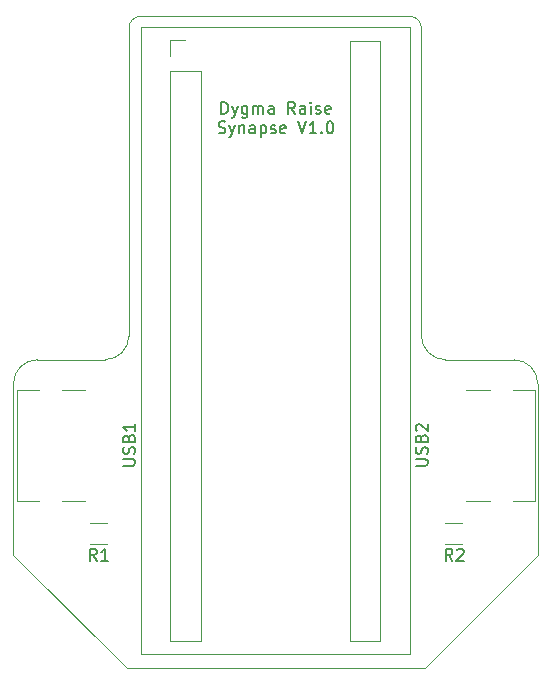
<source format=gbr>
%TF.GenerationSoftware,KiCad,Pcbnew,(5.1.10-1-10_14)*%
%TF.CreationDate,2021-07-13T06:28:44-07:00*%
%TF.ProjectId,Synapse,53796e61-7073-4652-9e6b-696361645f70,rev?*%
%TF.SameCoordinates,Original*%
%TF.FileFunction,Legend,Top*%
%TF.FilePolarity,Positive*%
%FSLAX46Y46*%
G04 Gerber Fmt 4.6, Leading zero omitted, Abs format (unit mm)*
G04 Created by KiCad (PCBNEW (5.1.10-1-10_14)) date 2021-07-13 06:28:44*
%MOMM*%
%LPD*%
G01*
G04 APERTURE LIST*
%TA.AperFunction,Profile*%
%ADD10C,0.050000*%
%TD*%
%ADD11C,0.150000*%
%ADD12C,0.120000*%
G04 APERTURE END LIST*
D10*
X163474400Y-75285600D02*
X173050200Y-65684400D01*
X138277600Y-75285600D02*
X128651000Y-65684400D01*
D11*
X146256952Y-28329380D02*
X146256952Y-27329380D01*
X146495047Y-27329380D01*
X146637904Y-27377000D01*
X146733142Y-27472238D01*
X146780761Y-27567476D01*
X146828380Y-27757952D01*
X146828380Y-27900809D01*
X146780761Y-28091285D01*
X146733142Y-28186523D01*
X146637904Y-28281761D01*
X146495047Y-28329380D01*
X146256952Y-28329380D01*
X147161714Y-27662714D02*
X147399809Y-28329380D01*
X147637904Y-27662714D02*
X147399809Y-28329380D01*
X147304571Y-28567476D01*
X147256952Y-28615095D01*
X147161714Y-28662714D01*
X148447428Y-27662714D02*
X148447428Y-28472238D01*
X148399809Y-28567476D01*
X148352190Y-28615095D01*
X148256952Y-28662714D01*
X148114095Y-28662714D01*
X148018857Y-28615095D01*
X148447428Y-28281761D02*
X148352190Y-28329380D01*
X148161714Y-28329380D01*
X148066476Y-28281761D01*
X148018857Y-28234142D01*
X147971238Y-28138904D01*
X147971238Y-27853190D01*
X148018857Y-27757952D01*
X148066476Y-27710333D01*
X148161714Y-27662714D01*
X148352190Y-27662714D01*
X148447428Y-27710333D01*
X148923619Y-28329380D02*
X148923619Y-27662714D01*
X148923619Y-27757952D02*
X148971238Y-27710333D01*
X149066476Y-27662714D01*
X149209333Y-27662714D01*
X149304571Y-27710333D01*
X149352190Y-27805571D01*
X149352190Y-28329380D01*
X149352190Y-27805571D02*
X149399809Y-27710333D01*
X149495047Y-27662714D01*
X149637904Y-27662714D01*
X149733142Y-27710333D01*
X149780761Y-27805571D01*
X149780761Y-28329380D01*
X150685523Y-28329380D02*
X150685523Y-27805571D01*
X150637904Y-27710333D01*
X150542666Y-27662714D01*
X150352190Y-27662714D01*
X150256952Y-27710333D01*
X150685523Y-28281761D02*
X150590285Y-28329380D01*
X150352190Y-28329380D01*
X150256952Y-28281761D01*
X150209333Y-28186523D01*
X150209333Y-28091285D01*
X150256952Y-27996047D01*
X150352190Y-27948428D01*
X150590285Y-27948428D01*
X150685523Y-27900809D01*
X152495047Y-28329380D02*
X152161714Y-27853190D01*
X151923619Y-28329380D02*
X151923619Y-27329380D01*
X152304571Y-27329380D01*
X152399809Y-27377000D01*
X152447428Y-27424619D01*
X152495047Y-27519857D01*
X152495047Y-27662714D01*
X152447428Y-27757952D01*
X152399809Y-27805571D01*
X152304571Y-27853190D01*
X151923619Y-27853190D01*
X153352190Y-28329380D02*
X153352190Y-27805571D01*
X153304571Y-27710333D01*
X153209333Y-27662714D01*
X153018857Y-27662714D01*
X152923619Y-27710333D01*
X153352190Y-28281761D02*
X153256952Y-28329380D01*
X153018857Y-28329380D01*
X152923619Y-28281761D01*
X152876000Y-28186523D01*
X152876000Y-28091285D01*
X152923619Y-27996047D01*
X153018857Y-27948428D01*
X153256952Y-27948428D01*
X153352190Y-27900809D01*
X153828380Y-28329380D02*
X153828380Y-27662714D01*
X153828380Y-27329380D02*
X153780761Y-27377000D01*
X153828380Y-27424619D01*
X153876000Y-27377000D01*
X153828380Y-27329380D01*
X153828380Y-27424619D01*
X154256952Y-28281761D02*
X154352190Y-28329380D01*
X154542666Y-28329380D01*
X154637904Y-28281761D01*
X154685523Y-28186523D01*
X154685523Y-28138904D01*
X154637904Y-28043666D01*
X154542666Y-27996047D01*
X154399809Y-27996047D01*
X154304571Y-27948428D01*
X154256952Y-27853190D01*
X154256952Y-27805571D01*
X154304571Y-27710333D01*
X154399809Y-27662714D01*
X154542666Y-27662714D01*
X154637904Y-27710333D01*
X155495047Y-28281761D02*
X155399809Y-28329380D01*
X155209333Y-28329380D01*
X155114095Y-28281761D01*
X155066476Y-28186523D01*
X155066476Y-27805571D01*
X155114095Y-27710333D01*
X155209333Y-27662714D01*
X155399809Y-27662714D01*
X155495047Y-27710333D01*
X155542666Y-27805571D01*
X155542666Y-27900809D01*
X155066476Y-27996047D01*
X146018857Y-29931761D02*
X146161714Y-29979380D01*
X146399809Y-29979380D01*
X146495047Y-29931761D01*
X146542666Y-29884142D01*
X146590285Y-29788904D01*
X146590285Y-29693666D01*
X146542666Y-29598428D01*
X146495047Y-29550809D01*
X146399809Y-29503190D01*
X146209333Y-29455571D01*
X146114095Y-29407952D01*
X146066476Y-29360333D01*
X146018857Y-29265095D01*
X146018857Y-29169857D01*
X146066476Y-29074619D01*
X146114095Y-29027000D01*
X146209333Y-28979380D01*
X146447428Y-28979380D01*
X146590285Y-29027000D01*
X146923619Y-29312714D02*
X147161714Y-29979380D01*
X147399809Y-29312714D02*
X147161714Y-29979380D01*
X147066476Y-30217476D01*
X147018857Y-30265095D01*
X146923619Y-30312714D01*
X147780761Y-29312714D02*
X147780761Y-29979380D01*
X147780761Y-29407952D02*
X147828380Y-29360333D01*
X147923619Y-29312714D01*
X148066476Y-29312714D01*
X148161714Y-29360333D01*
X148209333Y-29455571D01*
X148209333Y-29979380D01*
X149114095Y-29979380D02*
X149114095Y-29455571D01*
X149066476Y-29360333D01*
X148971238Y-29312714D01*
X148780761Y-29312714D01*
X148685523Y-29360333D01*
X149114095Y-29931761D02*
X149018857Y-29979380D01*
X148780761Y-29979380D01*
X148685523Y-29931761D01*
X148637904Y-29836523D01*
X148637904Y-29741285D01*
X148685523Y-29646047D01*
X148780761Y-29598428D01*
X149018857Y-29598428D01*
X149114095Y-29550809D01*
X149590285Y-29312714D02*
X149590285Y-30312714D01*
X149590285Y-29360333D02*
X149685523Y-29312714D01*
X149876000Y-29312714D01*
X149971238Y-29360333D01*
X150018857Y-29407952D01*
X150066476Y-29503190D01*
X150066476Y-29788904D01*
X150018857Y-29884142D01*
X149971238Y-29931761D01*
X149876000Y-29979380D01*
X149685523Y-29979380D01*
X149590285Y-29931761D01*
X150447428Y-29931761D02*
X150542666Y-29979380D01*
X150733142Y-29979380D01*
X150828380Y-29931761D01*
X150876000Y-29836523D01*
X150876000Y-29788904D01*
X150828380Y-29693666D01*
X150733142Y-29646047D01*
X150590285Y-29646047D01*
X150495047Y-29598428D01*
X150447428Y-29503190D01*
X150447428Y-29455571D01*
X150495047Y-29360333D01*
X150590285Y-29312714D01*
X150733142Y-29312714D01*
X150828380Y-29360333D01*
X151685523Y-29931761D02*
X151590285Y-29979380D01*
X151399809Y-29979380D01*
X151304571Y-29931761D01*
X151256952Y-29836523D01*
X151256952Y-29455571D01*
X151304571Y-29360333D01*
X151399809Y-29312714D01*
X151590285Y-29312714D01*
X151685523Y-29360333D01*
X151733142Y-29455571D01*
X151733142Y-29550809D01*
X151256952Y-29646047D01*
X152780761Y-28979380D02*
X153114095Y-29979380D01*
X153447428Y-28979380D01*
X154304571Y-29979380D02*
X153733142Y-29979380D01*
X154018857Y-29979380D02*
X154018857Y-28979380D01*
X153923619Y-29122238D01*
X153828380Y-29217476D01*
X153733142Y-29265095D01*
X154733142Y-29884142D02*
X154780761Y-29931761D01*
X154733142Y-29979380D01*
X154685523Y-29931761D01*
X154733142Y-29884142D01*
X154733142Y-29979380D01*
X155399809Y-28979380D02*
X155495047Y-28979380D01*
X155590285Y-29027000D01*
X155637904Y-29074619D01*
X155685523Y-29169857D01*
X155733142Y-29360333D01*
X155733142Y-29598428D01*
X155685523Y-29788904D01*
X155637904Y-29884142D01*
X155590285Y-29931761D01*
X155495047Y-29979380D01*
X155399809Y-29979380D01*
X155304571Y-29931761D01*
X155256952Y-29884142D01*
X155209333Y-29788904D01*
X155161714Y-29598428D01*
X155161714Y-29360333D01*
X155209333Y-29169857D01*
X155256952Y-29074619D01*
X155304571Y-29027000D01*
X155399809Y-28979380D01*
D10*
X171018200Y-49149000D02*
G75*
G02*
X173050200Y-51181000I0J-2032000D01*
G01*
X128651000Y-51181000D02*
G75*
G02*
X130683000Y-49149000I2032000J0D01*
G01*
X163195000Y-47117000D02*
X163195000Y-21082000D01*
X138430000Y-47117000D02*
X138430000Y-21082000D01*
X165227000Y-49149000D02*
X171018200Y-49149000D01*
X136398000Y-49149000D02*
X130683000Y-49149000D01*
X165227000Y-49149000D02*
G75*
G02*
X163195000Y-47117000I0J2032000D01*
G01*
X138430000Y-47117000D02*
G75*
G02*
X136398000Y-49149000I-2032000J0D01*
G01*
X139446000Y-20066000D02*
X162179000Y-20066000D01*
X128651000Y-65684400D02*
X128651000Y-51181000D01*
X163474400Y-75285600D02*
X138277600Y-75285600D01*
X173050200Y-51181000D02*
X173050200Y-65684400D01*
X162179000Y-20066000D02*
G75*
G02*
X163195000Y-21082000I0J-1016000D01*
G01*
X138430000Y-21082000D02*
G75*
G02*
X139446000Y-20066000I1016000J0D01*
G01*
D12*
%TO.C,R2*%
X165185736Y-62971000D02*
X166639864Y-62971000D01*
X165185736Y-64791000D02*
X166639864Y-64791000D01*
%TO.C,R1*%
X136591664Y-64791000D02*
X135137536Y-64791000D01*
X136591664Y-62971000D02*
X135137536Y-62971000D01*
%TO.C,USB1*%
X130842000Y-51688000D02*
X128942000Y-51688000D01*
X134742000Y-51688000D02*
X132742000Y-51688000D01*
X130842000Y-61088000D02*
X128942000Y-61088000D01*
X134742000Y-61088000D02*
X132742000Y-61088000D01*
X128942000Y-51688000D02*
X128942000Y-61088000D01*
%TO.C,U1*%
X139445000Y-20955000D02*
X162195000Y-20955000D01*
X162195000Y-20955000D02*
X162195000Y-74105000D01*
X162195000Y-74105000D02*
X139445000Y-74105000D01*
X139445000Y-74105000D02*
X139445000Y-20955000D01*
X141870000Y-24670000D02*
X144530000Y-24670000D01*
X144530000Y-24670000D02*
X144530000Y-72990000D01*
X144530000Y-72990000D02*
X141870000Y-72990000D01*
X141870000Y-72990000D02*
X141870000Y-24670000D01*
X157170000Y-22130000D02*
X159710000Y-22130000D01*
X159710000Y-22130000D02*
X159710000Y-72930000D01*
X159710000Y-72930000D02*
X157170000Y-72930000D01*
X157170000Y-72930000D02*
X157170000Y-22130000D01*
X141870000Y-23400000D02*
X141870000Y-22070000D01*
X141870000Y-22070000D02*
X143200000Y-22070000D01*
%TO.C,USB2*%
X170910000Y-61088000D02*
X172810000Y-61088000D01*
X167010000Y-61088000D02*
X169010000Y-61088000D01*
X170910000Y-51688000D02*
X172810000Y-51688000D01*
X167010000Y-51688000D02*
X169010000Y-51688000D01*
X172810000Y-61088000D02*
X172810000Y-51688000D01*
%TD*%
%TO.C,R2*%
D11*
X165822333Y-66153380D02*
X165489000Y-65677190D01*
X165250904Y-66153380D02*
X165250904Y-65153380D01*
X165631857Y-65153380D01*
X165727095Y-65201000D01*
X165774714Y-65248619D01*
X165822333Y-65343857D01*
X165822333Y-65486714D01*
X165774714Y-65581952D01*
X165727095Y-65629571D01*
X165631857Y-65677190D01*
X165250904Y-65677190D01*
X166203285Y-65248619D02*
X166250904Y-65201000D01*
X166346142Y-65153380D01*
X166584238Y-65153380D01*
X166679476Y-65201000D01*
X166727095Y-65248619D01*
X166774714Y-65343857D01*
X166774714Y-65439095D01*
X166727095Y-65581952D01*
X166155666Y-66153380D01*
X166774714Y-66153380D01*
%TO.C,R1*%
X135697933Y-66153380D02*
X135364600Y-65677190D01*
X135126504Y-66153380D02*
X135126504Y-65153380D01*
X135507457Y-65153380D01*
X135602695Y-65201000D01*
X135650314Y-65248619D01*
X135697933Y-65343857D01*
X135697933Y-65486714D01*
X135650314Y-65581952D01*
X135602695Y-65629571D01*
X135507457Y-65677190D01*
X135126504Y-65677190D01*
X136650314Y-66153380D02*
X136078885Y-66153380D01*
X136364600Y-66153380D02*
X136364600Y-65153380D01*
X136269361Y-65296238D01*
X136174123Y-65391476D01*
X136078885Y-65439095D01*
%TO.C,USB1*%
X137939380Y-58126095D02*
X138748904Y-58126095D01*
X138844142Y-58078476D01*
X138891761Y-58030857D01*
X138939380Y-57935619D01*
X138939380Y-57745142D01*
X138891761Y-57649904D01*
X138844142Y-57602285D01*
X138748904Y-57554666D01*
X137939380Y-57554666D01*
X138891761Y-57126095D02*
X138939380Y-56983238D01*
X138939380Y-56745142D01*
X138891761Y-56649904D01*
X138844142Y-56602285D01*
X138748904Y-56554666D01*
X138653666Y-56554666D01*
X138558428Y-56602285D01*
X138510809Y-56649904D01*
X138463190Y-56745142D01*
X138415571Y-56935619D01*
X138367952Y-57030857D01*
X138320333Y-57078476D01*
X138225095Y-57126095D01*
X138129857Y-57126095D01*
X138034619Y-57078476D01*
X137987000Y-57030857D01*
X137939380Y-56935619D01*
X137939380Y-56697523D01*
X137987000Y-56554666D01*
X138415571Y-55792761D02*
X138463190Y-55649904D01*
X138510809Y-55602285D01*
X138606047Y-55554666D01*
X138748904Y-55554666D01*
X138844142Y-55602285D01*
X138891761Y-55649904D01*
X138939380Y-55745142D01*
X138939380Y-56126095D01*
X137939380Y-56126095D01*
X137939380Y-55792761D01*
X137987000Y-55697523D01*
X138034619Y-55649904D01*
X138129857Y-55602285D01*
X138225095Y-55602285D01*
X138320333Y-55649904D01*
X138367952Y-55697523D01*
X138415571Y-55792761D01*
X138415571Y-56126095D01*
X138939380Y-54602285D02*
X138939380Y-55173714D01*
X138939380Y-54888000D02*
X137939380Y-54888000D01*
X138082238Y-54983238D01*
X138177476Y-55078476D01*
X138225095Y-55173714D01*
%TO.C,USB2*%
X162717380Y-58126095D02*
X163526904Y-58126095D01*
X163622142Y-58078476D01*
X163669761Y-58030857D01*
X163717380Y-57935619D01*
X163717380Y-57745142D01*
X163669761Y-57649904D01*
X163622142Y-57602285D01*
X163526904Y-57554666D01*
X162717380Y-57554666D01*
X163669761Y-57126095D02*
X163717380Y-56983238D01*
X163717380Y-56745142D01*
X163669761Y-56649904D01*
X163622142Y-56602285D01*
X163526904Y-56554666D01*
X163431666Y-56554666D01*
X163336428Y-56602285D01*
X163288809Y-56649904D01*
X163241190Y-56745142D01*
X163193571Y-56935619D01*
X163145952Y-57030857D01*
X163098333Y-57078476D01*
X163003095Y-57126095D01*
X162907857Y-57126095D01*
X162812619Y-57078476D01*
X162765000Y-57030857D01*
X162717380Y-56935619D01*
X162717380Y-56697523D01*
X162765000Y-56554666D01*
X163193571Y-55792761D02*
X163241190Y-55649904D01*
X163288809Y-55602285D01*
X163384047Y-55554666D01*
X163526904Y-55554666D01*
X163622142Y-55602285D01*
X163669761Y-55649904D01*
X163717380Y-55745142D01*
X163717380Y-56126095D01*
X162717380Y-56126095D01*
X162717380Y-55792761D01*
X162765000Y-55697523D01*
X162812619Y-55649904D01*
X162907857Y-55602285D01*
X163003095Y-55602285D01*
X163098333Y-55649904D01*
X163145952Y-55697523D01*
X163193571Y-55792761D01*
X163193571Y-56126095D01*
X162812619Y-55173714D02*
X162765000Y-55126095D01*
X162717380Y-55030857D01*
X162717380Y-54792761D01*
X162765000Y-54697523D01*
X162812619Y-54649904D01*
X162907857Y-54602285D01*
X163003095Y-54602285D01*
X163145952Y-54649904D01*
X163717380Y-55221333D01*
X163717380Y-54602285D01*
%TD*%
M02*

</source>
